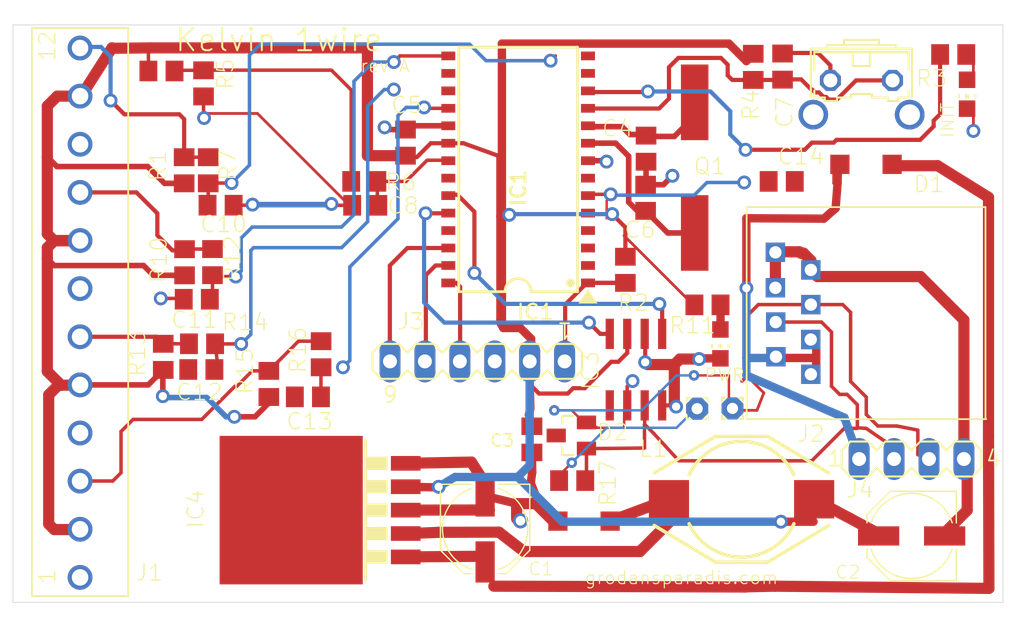
<source format=kicad_pcb>
(kicad_pcb (version 20241229) (generator "pcbnew") (generator_version "9.0")
  (layers (0 "F.Cu" signal) (4 "In1.Cu" signal) (6 "In2.Cu" signal) (8 "In3.Cu" signal) (10 "In4.Cu" signal) (2 "B.Cu" signal) (13 "F.Paste" user) (15 "B.Paste" user) (5 "F.SilkS" user "F.Silkscreen") (7 "B.SilkS" user "B.Silkscreen") (1 "F.Mask" user) (3 "B.Mask" user) (25 "Edge.Cuts" user))
  (net 0 "")
  (net 1 "+12V")
  (net 2 "VREF")
  (net 3 "GND")
  (net 4 "VCC")
  (net 5 "TXCAN")
  (net 6 "N$4")
  (net 7 "N$6")
  (net 8 "RXCAN")
  (net 9 "N$5")
  (net 10 "N$12")
  (net 11 "N$13")
  (net 12 "N$14")
  (net 13 "N$15")
  (net 14 "CANL")
  (net 15 "AN10")
  (net 16 "N$3")
  (net 17 "N$1")
  (net 18 "N$2")
  (net 19 "N$7")
  (net 20 "N$20")
  (net 21 "TEMP4")
  (net 22 "TEMP3")
  (net 23 "TEMP2")
  (net 24 "TEMP1")
  (net 25 "N$8")
  (net 26 "N$22")
  (net 27 "N$11")
  (net 28 "N$9")
  (net 29 "T4")
  (net 30 "T1")
  (net 31 "T2")
  (net 32 "T3")
  (footprint "kelvin_1wire_B:R0805" (layer "F.Cu") (at 163.0111 104.3636 180)
    (property "Reference" "R11")
    (property "Value" "1K" (hide yes))
  )
  (footprint "kelvin_1wire_B:SO-08" (layer "F.Cu") (at 157.8111 109.0736 180)
    (property "Reference" "IC3")
    (property "Value" "MCP2551SN" (hide yes))
  )
  (footprint "kelvin_1wire_B:PINHEAD-12" (layer "F.Cu") (at 117.3811 106.6836 90)
    (property "Reference" "J1")
    (property "Value" "OSTTE-12" (hide yes))
  )
  (footprint "kelvin_1wire_B:R0805" (layer "F.Cu") (at 138.0511 95.3836 180)
    (property "Reference" "R6")
    (property "Value" "330" (hide yes))
  )
  (footprint "kelvin_1wire_B:C0805" (layer "F.Cu") (at 158.5437 93.0044 90)
    (property "Reference" "C4")
    (property "Value" "15pF" (hide yes))
  )
  (footprint "kelvin_1wire_B:C0805" (layer "F.Cu") (at 125.8711 103.9536 180)
    (property "Reference" "C11")
    (property "Value" "10uF" (hide yes))
  )
  (footprint "kelvin_1wire_B:TO263-5" (layer "F.Cu") (at 135.2751 119.2912 90)
    (property "Reference" "IC4")
    (property "Value" "LM2575S" (hide yes))
  )
  (footprint "kelvin_1wire_B:R0805" (layer "F.Cu") (at 157.0411 101.8136 90)
    (property "Reference" "R2")
    (property "Value" "10K" (hide yes))
  )
  (footprint "kelvin_1wire_B:PANASONIC_D" (layer "F.Cu") (at 177.8587 121.1678 180)
    (property "Reference" "C2")
    (property "Value" "330uF" (hide yes))
  )
  (footprint "kelvin_1wire_B:R0805" (layer "F.Cu") (at 123.4311 108.1436 90)
    (property "Reference" "R13")
    (property "Value" "4k7" (hide yes))
  )
  (footprint "kelvin_1wire_B:B3F-31XX" (layer "F.Cu") (at 174.2111 89.2836 180)
    (property "Reference" "S1" (hide yes))
    (property "Value" "")
  )
  (footprint "kelvin_1wire_B:9C" (layer "F.Cu") (at 162.0811 94.3736 -90)
    (property "Reference" "Q1")
    (property "Value" "10 MHz" (hide yes))
  )
  (footprint "kelvin_1wire_B:R0805" (layer "F.Cu") (at 134.9111 107.9536 90)
    (property "Reference" "R16")
    (property "Value" "100" (hide yes))
  )
  (footprint "kelvin_1wire_B:C0805" (layer "F.Cu") (at 168.4111 95.3836 180)
    (property "Reference" "C14")
    (property "Value" "10 uF" (hide yes))
  )
  (footprint "kelvin_1wire_B:C0805" (layer "F.Cu") (at 158.5127 96.575 -90)
    (property "Reference" "C6")
    (property "Value" "15pF" (hide yes))
  )
  (footprint "kelvin_1wire_B:C0805" (layer "F.Cu") (at 138.1211 97.1236 180)
    (property "Reference" "C8")
    (property "Value" "10uF" (hide yes))
  )
  (footprint "kelvin_1wire_B:PANASONIC_D" (layer "F.Cu") (at 146.8389 120.6594 -90)
    (property "Reference" "C1")
    (property "Value" "100uF" (hide yes))
  )
  (footprint "kelvin_1wire_B:0805" (layer "F.Cu") (at 150.2411 114.1436 90)
    (property "Reference" "C3")
    (property "Value" "100nF" (hide yes))
  )
  (footprint "kelvin_1wire_B:SOD123" (layer "F.Cu") (at 174.5411 94.1436 180)
    (property "Reference" "D1")
    (property "Value" "1N5819" (hide yes))
  )
  (footprint "kelvin_1wire_B:CHIP-LED0805" (layer "F.Cu") (at 163.9511 107.2036 180)
    (property "Reference" "LED2" (hide yes))
    (property "Value" "Red LED")
  )
  (footprint "kelvin_1wire_B:R0805" (layer "F.Cu") (at 153.1711 117.1436 180)
    (property "Reference" "R17")
    (property "Value" "120" (hide yes))
  )
  (footprint "kelvin_1wire_B:C0805" (layer "F.Cu") (at 141.0511 92.5636 90)
    (property "Reference" "C5")
    (property "Value" "0.1uF" (hide yes))
  )
  (footprint "kelvin_1wire_B:MA04-1" (layer "F.Cu") (at 177.8511 115.5736)
    (property "Reference" "J4")
    (property "Value" "")
  )
  (footprint "kelvin_1wire_B:SO28" (layer "F.Cu") (at 149.2411 94.5136 90)
    (property "Reference" "IC1")
    (property "Value" "PIC18F2580" (hide yes))
  )
  (footprint "kelvin_1wire_B:R0805" (layer "F.Cu") (at 123.3011 87.3536 180)
    (property "Reference" "THERMISTOR0" (hide yes))
    (property "Value" "10K" (hide yes))
  )
  (footprint "kelvin_1wire_B:R0805" (layer "F.Cu") (at 166.3411 87.0536 90)
    (property "Reference" "R4")
    (property "Value" "10K" (hide yes))
  )
  (footprint "kelvin_1wire_B:SOT23" (layer "F.Cu") (at 153.1111 113.8636 90)
    (property "Reference" "D2")
    (property "Value" "NUP2105L" (hide yes))
  )
  (footprint "kelvin_1wire_B:DO3316P" (layer "F.Cu") (at 165.4887 118.5014)
    (property "Reference" "L1")
    (property "Value" "330 uH" (hide yes))
  )
  (footprint "kelvin_1wire_B:C0805" (layer "F.Cu") (at 127.6011 97.1136)
    (property "Reference" "C10")
    (property "Value" "10uF" (hide yes))
  )
  (footprint "kelvin_1wire_B:C0805" (layer "F.Cu") (at 133.9511 111.0536 180)
    (property "Reference" "C13")
    (property "Value" "10uF" (hide yes))
  )
  (footprint "kelvin_1wire_B:R0805" (layer "F.Cu") (at 180.8811 86.1536 180)
    (property "Reference" "R3")
    (property "Value" "1K" (hide yes))
  )
  (footprint "kelvin_1wire_B:R0805" (layer "F.Cu") (at 126.3611 88.2536 90)
    (property "Reference" "R5")
    (property "Value" "10K" (hide yes))
  )
  (footprint "kelvin_1wire_B:RJ-45" (layer "F.Cu") (at 176.8811 104.9636 90)
    (property "Reference" "J2")
    (property "Value" "A00-108-220-450" (hide yes))
  )
  (footprint "kelvin_1wire_B:1,6_0,8" (layer "F.Cu") (at 162.2611 111.9136)
    (property "Reference" "PAD1" (hide yes))
    (property "Value" "")
  )
  (footprint "kelvin_1wire_B:1,6_0,8" (layer "F.Cu") (at 164.8311 111.8936)
    (property "Reference" "PAD2" (hide yes))
    (property "Value" "")
  )
  (footprint "kelvin_1wire_B:R0805" (layer "F.Cu") (at 127.0111 101.2536 90)
    (property "Reference" "R12")
    (property "Value" "100" (hide yes))
  )
  (footprint "kelvin_1wire_B:R0805" (layer "F.Cu") (at 126.7011 94.5736 90)
    (property "Reference" "R7")
    (property "Value" "100" (hide yes))
  )
  (footprint "kelvin_1wire_B:R0805" (layer "F.Cu") (at 124.9811 101.2636 90)
    (property "Reference" "R10")
    (property "Value" "4k7" (hide yes))
  )
  (footprint "kelvin_1wire_B:MA06-1" (layer "F.Cu") (at 146.2711 108.4736 180)
    (property "Reference" "J3")
    (property "Value" "")
  )
  (footprint "kelvin_1wire_B:R0805" (layer "F.Cu") (at 124.9511 94.5736 90)
    (property "Reference" "R1")
    (property "Value" "4k7" (hide yes))
  )
  (footprint "kelvin_1wire_B:C0805" (layer "F.Cu") (at 168.4711 87.0336 -90)
    (property "Reference" "C7")
    (property "Value" "0.1uF" (hide yes))
  )
  (footprint "kelvin_1wire_B:R0805" (layer "F.Cu") (at 126.2511 107.1936 180)
    (property "Reference" "R14")
    (property "Value" "100" (hide yes))
  )
  (footprint "kelvin_1wire_B:C0805" (layer "F.Cu") (at 126.2011 109.0636 180)
    (property "Reference" "C12")
    (property "Value" "10uF" (hide yes))
  )
  (footprint "kelvin_1wire_B:SOD123" (layer "F.Cu") (at 154.0333 120.0914 180)
    (property "Reference" "D3" (hide yes))
    (property "Value" "1N5819" (hide yes))
  )
  (footprint "kelvin_1wire_B:R0805" (layer "F.Cu") (at 131.1111 110.1136 90)
    (property "Reference" "R15")
    (property "Value" "4k7" (hide yes))
  )
  (footprint "kelvin_1wire_B:CHIP-LED0805" (layer "F.Cu") (at 181.8911 89.0436 180)
    (property "Reference" "LED1" (hide yes))
    (property "Value" "")
  )
  (gr_line (start 184.5011 126.0036) (end 112.5011 126.0036) (stroke (width 0.05)) (layer "Edge.Cuts"))
  (gr_line (start 112.5011 126.0036) (end 112.5011 84.0036) (stroke (width 0.05)) (layer "Edge.Cuts"))
  (gr_line (start 112.5011 84.0036) (end 184.5011 84.0036) (stroke (width 0.05)) (layer "Edge.Cuts"))
  (gr_line (start 184.5011 84.0036) (end 184.5011 126.0036) (stroke (width 0.05)) (layer "Edge.Cuts"))
  (gr_text "INIT" (at 181.0211 92.2836 90) (layer "F.SilkS") (effects (font (size 0.93472 0.93472) (thickness 0.08128)) (justify left bottom)))
  (gr_text "PWR" (at 162.7311 110.0136 0) (layer "F.SilkS") (effects (font (size 0.93472 0.93472) (thickness 0.08128)) (justify left bottom)))
  (gr_text "Kelvin 1wire" (at 124.1975 86.0482 0) (layer "F.SilkS") (effects (font (size 1.63576 1.63576) (thickness 0.14224)) (justify left bottom)))
  (gr_text "rev A" (at 137.7051 87.5306 0) (layer "F.SilkS") (effects (font (size 0.93472 0.93472) (thickness 0.08128)) (justify left bottom)))
  (gr_text "grodansparadis.com" (at 154.0351 124.7516 0) (layer "F.SilkS") (effects (font (size 0.93472 0.93472) (thickness 0.08128)) (justify left bottom)))
  (segment (start 170.9211 106.9536) (end 170.5211 106.8836) (width 0.6096) (layer "F.Cu") (net 1))
  (segment (start 172.1911 95.5236) (end 172.1911 94.2536) (width 0.2032) (layer "F.Cu") (net 1))
  (segment (start 171.4711 98.0936) (end 172.3311 97.3436) (width 0.6096) (layer "F.Cu") (net 1))
  (segment (start 172.4726 95.5303) (end 172.5111 94.0336) (width 0.6096) (layer "F.Cu") (net 1))
  (segment (start 168.3811 108.2236) (end 170.9211 108.2236) (width 0.6096) (layer "F.Cu") (net 1))
  (segment (start 170.9211 108.2236) (end 170.9211 106.9536) (width 0.6096) (layer "F.Cu") (net 1))
  (segment (start 170.9211 109.4936) (end 170.5311 109.4136) (width 0.6096) (layer "F.Cu") (net 1))
  (segment (start 172.3311 97.3436) (end 172.4726 95.5303) (width 0.6096) (layer "F.Cu") (net 1))
  (segment (start 165.8411 103.1436) (end 165.8411 98.0636) (width 0.6096) (layer "F.Cu") (net 1))
  (segment (start 172.1911 94.2536) (end 172.6411 94.1436) (width 0.2032) (layer "F.Cu") (net 1))
  (segment (start 172.6411 94.1436) (end 172.3211 94.1636) (width 0.4064) (layer "F.Cu") (net 1))
  (segment (start 167.9911 108.1336) (end 168.3811 108.2236) (width 0.2032) (layer "F.Cu") (net 1))
  (segment (start 170.9211 108.2236) (end 170.9211 109.4936) (width 0.6096) (layer "F.Cu") (net 1))
  (segment (start 172.4726 95.5303) (end 172.1911 95.5236) (width 0.2032) (layer "F.Cu") (net 1))
  (segment (start 165.8411 98.0636) (end 171.4711 98.0936) (width 0.6096) (layer "F.Cu") (net 1))
  (via (at 165.8411 103.1436) (size 1.0064) (drill 0.6) (layers "F.Cu" "B.Cu") (net 1))
  (segment (start 172.9711 112.5636) (end 174.0411 115.5736) (width 0.6096) (layer "B.Cu") (net 1))
  (segment (start 165.8411 109.4936) (end 172.9711 112.5636) (width 0.6096) (layer "B.Cu") (net 1))
  (segment (start 165.8411 108.2236) (end 165.8411 103.1436) (width 0.6096) (layer "B.Cu") (net 1))
  (segment (start 168.3811 108.2236) (end 167.9911 108.1336) (width 0.6096) (layer "B.Cu") (net 1))
  (segment (start 165.8411 109.4936) (end 165.8411 108.2236) (width 0.6096) (layer "B.Cu") (net 1))
  (segment (start 165.8411 108.2236) (end 168.3811 108.2236) (width 0.6096) (layer "B.Cu") (net 1))
  (segment (start 126.4011 90.7736) (end 126.3611 90.5036) (width 0.254) (layer "F.Cu") (net 3))
  (segment (start 126.4711 90.4436) (end 130.2811 90.4436) (width 0.2032) (layer "F.Cu") (net 3))
  (segment (start 168.4711 86.0836) (end 168.5111 86.0436) (width 0.3048) (layer "F.Cu") (net 3))
  (segment (start 150.5261 118.2586) (end 150.1611 117.3236) (width 0.6096) (layer "F.Cu") (net 3))
  (segment (start 124.9211 103.9536) (end 124.9811 103.8936) (width 0.254) (layer "F.Cu") (net 3))
  (segment (start 151.8333 120.1266) (end 151.9251 120.2184) (width 0.6096) (layer "F.Cu") (net 3))
  (segment (start 158.4811 106.5086) (end 158.4461 106.4736) (width 0.3048) (layer "F.Cu") (net 3))
  (segment (start 129.8811 97.1136) (end 129.9211 97.0736) (width 0.254) (layer "F.Cu") (net 3))
  (segment (start 139.5311 91.4536) (end 139.6911 91.6136) (width 0.4064) (layer "F.Cu") (net 3))
  (segment (start 146.9721 117.5514) (end 145.8407 115.7976) (width 0.8128) (layer "F.Cu") (net 3))
  (segment (start 151.9759 120.0914) (end 152.0775 120.193) (width 0.6096) (layer "F.Cu") (net 3))
  (segment (start 181.6611 115.5736) (end 181.6611 105.4636) (width 0.8128) (layer "F.Cu") (net 3))
  (segment (start 149.1311 119.9136) (end 149.4105 120.066) (width 0.6096) (layer "F.Cu") (net 3))
  (segment (start 171.0511 86.0436) (end 171.9505 86.943) (width 0.3048) (layer "F.Cu") (net 3))
  (segment (start 150.5261 118.8194) (end 151.8333 120.1266) (width 0.8128) (layer "F.Cu") (net 3))
  (segment (start 151.9759 120.0914) (end 151.4311 119.5466) (width 0.6096) (layer "F.Cu") (net 3))
  (segment (start 126.3611 90.5036) (end 126.3611 89.2036) (width 0.254) (layer "F.Cu") (net 3))
  (segment (start 146.8389 118.2594) (end 149.1311 118.8194) (width 0.6096) (layer "F.Cu") (net 3))
  (segment (start 124.8611 103.8936) (end 123.2511 103.8936) (width 0.254) (layer "F.Cu") (net 3))
  (segment (start 159.7161 111.6736) (end 160.6411 111.6736) (width 0.3048) (layer "F.Cu") (net 3))
  (segment (start 171.9505 86.943) (end 171.9505 88.039) (width 0.3048) (layer "F.Cu") (net 3))
  (segment (start 181.9011 115.8136) (end 181.6611 115.5736) (width 0.8128) (layer "F.Cu") (net 3))
  (segment (start 170.5311 101.1336) (end 170.0011 100.6036) (width 0.8128) (layer "F.Cu") (net 3))
  (segment (start 158.6511 108.7036) (end 158.4811 108.5336) (width 0.8128) (layer "F.Cu") (net 3))
  (segment (start 159.8097 95.625) (end 160.4611 94.9736) (width 0.4064) (layer "F.Cu") (net 3))
  (segment (start 149.1311 118.8194) (end 150.5261 118.8194) (width 0.8128) (layer "F.Cu") (net 3))
  (segment (start 155.6061 93.8786) (end 155.6711 93.9436) (width 0.4064) (layer "F.Cu") (net 3))
  (segment (start 147.1245 118.796) (end 147.1479 118.8194) (width 0.6096) (layer "F.Cu") (net 3))
  (segment (start 181.6611 105.4636) (end 178.5011 102.3036) (width 0.8128) (layer "F.Cu") (net 3))
  (segment (start 132.9911 111.0636) (end 133.0011 111.0536) (width 0.254) (layer "F.Cu") (net 3))
  (segment (start 150.5261 118.8194) (end 150.5261 118.2586) (width 0.6096) (layer "F.Cu") (net 3))
  (segment (start 147.1479 118.8194) (end 147.2007 118.8722) (width 0.6096) (layer "F.Cu") (net 3))
  (segment (start 139.6911 91.6136) (end 141.0511 91.6136) (width 0.4064) (layer "F.Cu") (net 3))
  (segment (start 135.7611 97.1236) (end 135.6611 97.0236) (width 0.254) (layer "F.Cu") (net 3))
  (segment (start 182.3511 90.4436) (end 181.8911 90.0936) (width 0.2032) (layer "F.Cu") (net 3))
  (segment (start 147.1479 118.8194) (end 146.8389 118.2594) (width 0.6096) (layer "F.Cu") (net 3))
  (segment (start 158.5437 95.594) (end 158.5437 93.9544) (width 0.4064) (layer "F.Cu") (net 3))
  (segment (start 146.9389 118.8546) (end 146.8451 118.9484) (width 0.6096) (layer "F.Cu") (net 3))
  (segment (start 147.1483 119.2796) (end 146.8329 119.3566) (width 0.6096) (layer "F.Cu") (net 3))
  (segment (start 137.1711 97.1236) (end 135.7611 97.1236) (width 0.254) (layer "F.Cu") (net 3))
  (segment (start 180.2587 120.946) (end 181.9011 119.3036) (width 0.8128) (layer "F.Cu") (net 3))
  (segment (start 167.9911 100.5036) (end 167.9511 100.5436) (width 0.8128) (layer "F.Cu") (net 3))
  (segment (start 146.8389 118.2594) (end 146.9389 118.8546) (width 0.6096) (layer "F.Cu") (net 3))
  (segment (start 150.1611 117.3236) (end 150.2636 116.5236) (width 0.6096) (layer "F.Cu") (net 3))
  (segment (start 158.5437 93.9544) (end 158.4679 93.8786) (width 0.4064) (layer "F.Cu") (net 3))
  (segment (start 124.9211 103.9536) (end 124.8611 103.8936) (width 0.254) (layer "F.Cu") (net 3))
  (segment (start 158.5127 95.625) (end 159.8097 95.625) (width 0.4064) (layer "F.Cu") (net 3))
  (segment (start 160.6011 111.6336) (end 160.7311 111.7636) (width 0.8128) (layer "F.Cu") (net 3))
  (segment (start 181.9011 119.3036) (end 181.9011 115.8136) (width 0.8128) (layer "F.Cu") (net 3))
  (segment (start 178.5011 102.3036) (end 171.0111 102.3036) (width 0.8128) (layer "F.Cu") (net 3))
  (segment (start 130.2811 90.4436) (end 136.6311 96.7936) (width 0.2032) (layer "F.Cu") (net 3))
  (segment (start 171.0111 102.3036) (end 170.5311 101.8236) (width 0.8128) (layer "F.Cu") (net 3))
  (segment (start 152.1333 120.0914) (end 151.9759 120.0914) (width 0.6096) (layer "F.Cu") (net 3))
  (segment (start 126.4011 90.7736) (end 126.4711 90.4436) (width 0.2032) (layer "F.Cu") (net 3))
  (segment (start 128.5511 97.1136) (end 129.8811 97.1136) (width 0.254) (layer "F.Cu") (net 3))
  (segment (start 168.5111 86.0436) (end 171.0511 86.0436) (width 0.3048) (layer "F.Cu") (net 3))
  (segment (start 158.5127 95.625) (end 158.5437 95.594) (width 0.4064) (layer "F.Cu") (net 3))
  (segment (start 136.6311 96.7936) (end 137.1711 97.1236) (width 0.2032) (layer "F.Cu") (net 3))
  (segment (start 149.1311 118.8194) (end 149.1311 118.6436) (width 0.254) (layer "F.Cu") (net 3))
  (segment (start 149.1311 118.8194) (end 149.1311 119.9136) (width 0.8128) (layer "F.Cu") (net 3))
  (segment (start 145.8407 115.7976) (end 141.0663 115.8876) (width 0.8128) (layer "F.Cu") (net 3))
  (segment (start 180.2587 121.1678) (end 180.2587 120.946) (width 0.8128) (layer "F.Cu") (net 3))
  (segment (start 146.8329 119.3566) (end 147.1245 118.796) (width 0.6096) (layer "F.Cu") (net 3))
  (segment (start 141.0663 119.2912) (end 147.1483 119.2796) (width 0.8128) (layer "F.Cu") (net 3))
  (segment (start 182.3511 91.7136) (end 182.3511 90.4436) (width 0.2032) (layer "F.Cu") (net 3))
  (segment (start 150.2636 116.5236) (end 150.2411 115.0961) (width 0.6096) (layer "F.Cu") (net 3))
  (segment (start 169.7011 100.5036) (end 167.9911 100.5036) (width 0.8128) (layer "F.Cu") (net 3))
  (segment (start 161.0011 108.3036) (end 160.6011 108.7036) (width 0.8128) (layer "F.Cu") (net 3))
  (segment (start 141.3261 91.3386) (end 144.1611 91.3386) (width 0.4064) (layer "F.Cu") (net 3))
  (segment (start 158.4811 108.5336) (end 158.4811 106.5086) (width 0.3048) (layer "F.Cu") (net 3))
  (segment (start 160.6411 111.6736) (end 160.7311 111.7636) (width 0.3048) (layer "F.Cu") (net 3))
  (segment (start 151.8333 120.1266) (end 152.1333 120.0914) (width 0.6096) (layer "F.Cu") (net 3))
  (segment (start 160.6011 108.7036) (end 160.6011 111.6336) (width 0.8128) (layer "F.Cu") (net 3))
  (segment (start 167.9511 100.5436) (end 167.9511 103.1236) (width 0.8128) (layer "F.Cu") (net 3))
  (segment (start 169.8011 100.6036) (end 169.7011 100.5036) (width 0.8128) (layer "F.Cu") (net 3))
  (segment (start 162.4011 108.3036) (end 161.0011 108.3036) (width 0.8128) (layer "F.Cu") (net 3))
  (segment (start 162.4511 108.2536) (end 163.9511 108.2536) (width 0.6096) (layer "F.Cu") (net 3))
  (segment (start 146.9389 118.8546) (end 146.9721 118.8214) (width 0.6096) (layer "F.Cu") (net 3))
  (segment (start 170.5311 101.8236) (end 170.5311 101.1336) (width 0.8128) (layer "F.Cu") (net 3))
  (segment (start 170.0011 100.6036) (end 169.8011 100.6036) (width 0.8128) (layer "F.Cu") (net 3))
  (segment (start 146.9721 118.8214) (end 146.9721 117.5514) (width 0.6096) (layer "F.Cu") (net 3))
  (segment (start 154.3211 93.8786) (end 155.6061 93.8786) (width 0.4064) (layer "F.Cu") (net 3))
  (segment (start 160.6011 108.7036) (end 158.6511 108.7036) (width 0.8128) (layer "F.Cu") (net 3))
  (segment (start 141.0511 91.6136) (end 141.3261 91.3386) (width 0.4064) (layer "F.Cu") (net 3))
  (via (at 135.6611 97.0236) (size 1.0064) (drill 0.6) (layers "F.Cu" "B.Cu") (net 3))
  (via (at 155.6711 93.9436) (size 1.0064) (drill 0.6) (layers "F.Cu" "B.Cu") (net 3))
  (via (at 160.4611 94.9736) (size 1.0064) (drill 0.6) (layers "F.Cu" "B.Cu") (net 3))
  (via (at 162.4011 108.3036) (size 1.0064) (drill 0.6) (layers "F.Cu" "B.Cu") (net 3))
  (via (at 139.5311 91.4536) (size 1.0064) (drill 0.6) (layers "F.Cu" "B.Cu") (net 3))
  (via (at 158.4811 108.5336) (size 1.0064) (drill 0.6) (layers "F.Cu" "B.Cu") (net 3))
  (via (at 123.2511 103.8936) (size 1.0064) (drill 0.6) (layers "F.Cu" "B.Cu") (net 3))
  (via (at 160.7311 111.7636) (size 1.0064) (drill 0.6) (layers "F.Cu" "B.Cu") (net 3))
  (via (at 126.4011 90.7736) (size 1.0064) (drill 0.6) (layers "F.Cu" "B.Cu") (net 3))
  (via (at 149.4105 120.066) (size 1.1064) (drill 0.7) (layers "F.Cu" "B.Cu") (net 3))
  (via (at 129.9211 97.0736) (size 1.0064) (drill 0.6) (layers "F.Cu" "B.Cu") (net 3))
  (via (at 182.3511 91.7136) (size 1.0064) (drill 0.6) (layers "F.Cu" "B.Cu") (net 3))
  (segment (start 129.9211 97.0736) (end 135.6611 97.0736) (width 0.4064) (layer "B.Cu") (net 3))
  (segment (start 135.6611 97.0736) (end 135.6611 97.0236) (width 0.4064) (layer "B.Cu") (net 3))
  (segment (start 157.0411 98.7236) (end 157.0411 99.3336) (width 0.3048) (layer "F.Cu") (net 4))
  (segment (start 165.8411 86.6336) (end 166.3411 86.1036) (width 0.6096) (layer "F.Cu") (net 4))
  (segment (start 157.0411 99.3336) (end 157.0411 100.8636) (width 0.3048) (layer "F.Cu") (net 4))
  (segment (start 117.3611 99.7036) (end 117.3811 99.6836) (width 0.8128) (layer "F.Cu") (net 4))
  (segment (start 170.7687 118.5014) (end 175.5487 121.0514) (width 0.8128) (layer "F.Cu") (net 4))
  (segment (start 117.3611 120.7036) (end 117.3811 120.6836) (width 0.8128) (layer "F.Cu") (net 4))
  (segment (start 153.2411 110.4236) (end 154.0911 110.4236) (width 0.3048) (layer "F.Cu") (net 4))
  (segment (start 117.3811 110.1836) (end 122.3411 110.1836) (width 0.4064) (layer "F.Cu") (net 4))
  (segment (start 115.5211 99.6836) (end 115.0011 100.2036) (width 0.8128) (layer "F.Cu") (net 4))
  (segment (start 147.9111 97.8136) (end 148.5911 97.8136) (width 0.3048) (layer "F.Cu") (net 4))
  (segment (start 122.5111 85.6736) (end 122.3511 85.8336) (width 0.254) (layer "F.Cu") (net 4))
  (segment (start 156.0111 108.5036) (end 156.5311 108.5036) (width 0.3048) (layer "F.Cu") (net 4))
  (segment (start 123.5211 95.5236) (end 122.3011 94.3036) (width 0.4064) (layer "F.Cu") (net 4))
  (segment (start 168.3511 120.1336) (end 170.7265 120.1336) (width 0.6096) (layer "F.Cu") (net 4))
  (segment (start 141.0511 93.5136) (end 141.1511 93.6136) (width 0.3048) (layer "F.Cu") (net 4))
  (segment (start 156.0811 97.7636) (end 157.0411 98.7236) (width 0.3048) (layer "F.Cu") (net 4))
  (segment (start 148.0611 85.3636) (end 164.5711 85.3636) (width 0.6096) (layer "F.Cu") (net 4))
  (segment (start 154.0911 110.4236) (end 156.0111 108.5036) (width 0.3048) (layer "F.Cu") (net 4))
  (segment (start 115.0011 100.2036) (end 115.0011 101.0036) (width 0.8128) (layer "F.Cu") (net 4))
  (segment (start 155.6811 98.0636) (end 156.0811 97.7636) (width 0.1778) (layer "F.Cu") (net 4))
  (segment (start 130.1011 112.5036) (end 128.6011 112.5036) (width 0.4064) (layer "F.Cu") (net 4))
  (segment (start 115.5011 99.7036) (end 117.3611 99.7036) (width 0.8128) (layer "F.Cu") (net 4))
  (segment (start 131.1111 111.0636) (end 131.1111 111.4936) (width 0.4064) (layer "F.Cu") (net 4))
  (segment (start 170.7265 120.1336) (end 170.7687 118.5014) (width 0.3048) (layer "F.Cu") (net 4))
  (segment (start 115.1011 120.3036) (end 115.5011 120.7036) (width 0.8128) (layer "F.Cu") (net 4))
  (segment (start 117.5311 89.0736) (end 119.7011 85.6736) (width 0.8128) (layer "F.Cu") (net 4))
  (segment (start 117.3811 89.1836) (end 115.7211 89.1836) (width 0.8128) (layer "F.Cu") (net 4))
  (segment (start 150.0811 110.1336) (end 150.7611 110.8136) (width 0.3048) (layer "F.Cu") (net 4))
  (segment (start 117.3811 99.6836) (end 115.5211 99.6836) (width 0.8128) (layer "F.Cu") (net 4))
  (segment (start 149.4011 106.0436) (end 150.1811 106.8236) (width 0.6096) (layer "F.Cu") (net 4))
  (segment (start 115.0011 93.6036) (end 115.0011 99.2036) (width 0.8128) (layer "F.Cu") (net 4))
  (segment (start 122.5111 85.6736) (end 138.2811 85.6736) (width 0.8128) (layer "F.Cu") (net 4))
  (segment (start 117.5811 89.1736) (end 117.3811 89.1836) (width 0.1778) (layer "F.Cu") (net 4))
  (segment (start 152.8511 110.8136) (end 153.2411 110.4236) (width 0.3048) (layer "F.Cu") (net 4))
  (segment (start 138.2811 85.6736) (end 138.2811 93.5136) (width 0.8128) (layer "F.Cu") (net 4))
  (segment (start 150.0286 112.3511) (end 150.2411 113.1911) (width 0.6096) (layer "F.Cu") (net 4))
  (segment (start 115.0011 101.0036) (end 115.0011 109.2036) (width 0.8128) (layer "F.Cu") (net 4))
  (segment (start 150.0811 108.4736) (end 150.0811 110.1336) (width 0.6096) (layer "F.Cu") (net 4))
  (segment (start 117.3611 110.2036) (end 117.3811 110.1836) (width 0.8128) (layer "F.Cu") (net 4))
  (segment (start 115.5011 120.7036) (end 117.3611 120.7036) (width 0.8128) (layer "F.Cu") (net 4))
  (segment (start 123.4011 109.1236) (end 123.4311 109.0936) (width 0.4064) (layer "F.Cu") (net 4))
  (segment (start 116.0011 110.2036) (end 115.8011 110.2036) (width 0.8128) (layer "F.Cu") (net 4))
  (segment (start 150.7611 110.8136) (end 152.8511 110.8136) (width 0.3048) (layer "F.Cu") (net 4))
  (segment (start 164.5711 85.3636) (end 165.8411 86.6336) (width 0.6096) (layer "F.Cu") (net 4))
  (segment (start 165.6811 95.4636) (end 165.7611 95.3836) (width 0.254) (layer "F.Cu") (net 4))
  (segment (start 175.5487 121.0514) (end 175.4587 121.1678) (width 0.4064) (layer "F.Cu") (net 4))
  (segment (start 141.8811 93.6136) (end 142.8861 92.6086) (width 0.3048) (layer "F.Cu") (net 4))
  (segment (start 150.0811 110.1336) (end 150.1311 111.8836) (width 0.6096) (layer "F.Cu") (net 4))
  (segment (start 115.1011 110.9036) (end 115.1011 120.3036) (width 0.8128) (layer "F.Cu") (net 4))
  (segment (start 119.7011 85.6736) (end 119.7011 85.7036) (width 0.8128) (layer "F.Cu") (net 4))
  (segment (start 150.1311 111.8836) (end 150.0286 112.3511) (width 0.6096) (layer "F.Cu") (net 4))
  (segment (start 115.0011 99.2036) (end 115.5011 99.7036) (width 0.8128) (layer "F.Cu") (net 4))
  (segment (start 150.1811 106.8236) (end 150.1811 108.3736) (width 0.6096) (layer "F.Cu") (net 4))
  (segment (start 141.1511 93.6136) (end 141.8811 93.6136) (width 0.3048) (layer "F.Cu") (net 4))
  (segment (start 147.9796 105.731) (end 148.1611 106.0436) (width 0.6096) (layer "F.Cu") (net 4))
  (segment (start 124.9511 95.5236) (end 123.5211 95.5236) (width 0.4064) (layer "F.Cu") (net 4))
  (segment (start 156.9511 99.3336) (end 162.0311 104.4136) (width 0.2032) (layer "F.Cu") (net 4))
  (segment (start 157.1761 107.8586) (end 157.1761 106.4736) (width 0.3048) (layer "F.Cu") (net 4))
  (segment (start 115.7011 94.3036) (end 115.0011 93.6036) (width 0.4064) (layer "F.Cu") (net 4))
  (segment (start 157.0411 99.3336) (end 156.9511 99.3336) (width 0.2032) (layer "F.Cu") (net 4))
  (segment (start 138.2811 93.5136) (end 141.0511 93.5136) (width 0.8128) (layer "F.Cu") (net 4))
  (segment (start 155.6811 98.0636) (end 155.6811 96.7936) (width 0.1778) (layer "F.Cu") (net 4))
  (segment (start 122.3511 85.8336) (end 122.3511 87.3536) (width 0.254) (layer "F.Cu") (net 4))
  (segment (start 147.8011 93.5236) (end 147.8011 97.9236) (width 0.3048) (layer "F.Cu") (net 4))
  (segment (start 147.8011 105.4236) (end 147.9796 105.731) (width 0.3048) (layer "F.Cu") (net 4))
  (segment (start 122.0011 101.5036) (end 115.5011 101.5036) (width 0.4064) (layer "F.Cu") (net 4))
  (segment (start 145.2661 92.6086) (end 147.8011 93.5236) (width 0.3048) (layer "F.Cu") (net 4))
  (segment (start 147.8011 97.9236) (end 147.8011 105.4236) (width 0.3048) (layer "F.Cu") (net 4))
  (segment (start 148.0611 105.6836) (end 148.0611 85.3636) (width 0.6096) (layer "F.Cu") (net 4))
  (segment (start 124.9811 102.2136) (end 122.7111 102.2136) (width 0.4064) (layer "F.Cu") (net 4))
  (segment (start 122.3411 110.1836) (end 123.4311 109.0936) (width 0.4064) (layer "F.Cu") (net 4))
  (segment (start 115.0011 89.9036) (end 115.0011 93.6036) (width 0.8128) (layer "F.Cu") (net 4))
  (segment (start 115.8011 110.2036) (end 115.1011 110.9036) (width 0.8128) (layer "F.Cu") (net 4))
  (segment (start 122.3011 94.3036) (end 115.7011 94.3036) (width 0.4064) (layer "F.Cu") (net 4))
  (segment (start 147.9796 105.731) (end 148.0611 105.6836) (width 0.254) (layer "F.Cu") (net 4))
  (segment (start 115.5011 101.5036) (end 115.0011 101.0036) (width 0.4064) (layer "F.Cu") (net 4))
  (segment (start 143.3569 117.6394) (end 141.0663 117.5894) (width 0.6096) (layer "F.Cu") (net 4))
  (segment (start 154.4161 96.3236) (end 155.9711 96.3236) (width 0.254) (layer "F.Cu") (net 4))
  (segment (start 144.1611 92.6086) (end 145.2661 92.6086) (width 0.3048) (layer "F.Cu") (net 4))
  (segment (start 148.1611 106.0436) (end 149.4011 106.0436) (width 0.6096) (layer "F.Cu") (net 4))
  (segment (start 122.7111 102.2136) (end 122.0011 101.5036) (width 0.4064) (layer "F.Cu") (net 4))
  (segment (start 115.7211 89.1836) (end 115.0011 89.9036) (width 0.8128) (layer "F.Cu") (net 4))
  (segment (start 123.4011 111.0036) (end 123.4011 109.1236) (width 0.4064) (layer "F.Cu") (net 4))
  (segment (start 116.0011 110.2036) (end 117.3611 110.2036) (width 0.8128) (layer "F.Cu") (net 4))
  (segment (start 155.6811 96.7936) (end 155.9711 96.3236) (width 0.1778) (layer "F.Cu") (net 4))
  (segment (start 117.5811 89.1736) (end 117.5311 89.0736) (width 0.1778) (layer "F.Cu") (net 4))
  (segment (start 162.0311 104.4136) (end 162.0611 104.3636) (width 0.2032) (layer "F.Cu") (net 4))
  (segment (start 150.1811 108.3736) (end 150.0811 108.4736) (width 0.3048) (layer "F.Cu") (net 4))
  (segment (start 115.0011 109.2036) (end 116.0011 110.2036) (width 0.8128) (layer "F.Cu") (net 4))
  (segment (start 156.5311 108.5036) (end 157.1761 107.8586) (width 0.3048) (layer "F.Cu") (net 4))
  (segment (start 143.4611 117.5936) (end 143.3569 117.6394) (width 0.3048) (layer "F.Cu") (net 4))
  (segment (start 142.8861 92.6086) (end 144.1611 92.6086) (width 0.3048) (layer "F.Cu") (net 4))
  (segment (start 147.8011 97.9236) (end 147.9111 97.8136) (width 0.3048) (layer "F.Cu") (net 4))
  (segment (start 131.1111 111.4936) (end 130.1011 112.5036) (width 0.4064) (layer "F.Cu") (net 4))
  (segment (start 119.7011 85.7036) (end 122.5111 85.6736) (width 0.8128) (layer "F.Cu") (net 4))
  (via (at 143.4611 117.5936) (size 1.0064) (drill 0.6) (layers "F.Cu" "B.Cu") (net 4))
  (via (at 128.6011 112.5036) (size 1.0064) (drill 0.6) (layers "F.Cu" "B.Cu") (net 4))
  (via (at 156.0811 97.7636) (size 1.0064) (drill 0.6) (layers "F.Cu" "B.Cu") (net 4))
  (via (at 155.9711 96.3236) (size 1.0064) (drill 0.6) (layers "F.Cu" "B.Cu") (net 4))
  (via (at 123.4011 111.0036) (size 1.0064) (drill 0.6) (layers "F.Cu" "B.Cu") (net 4))
  (via (at 148.5911 97.8136) (size 1.0064) (drill 0.6) (layers "F.Cu" "B.Cu") (net 4))
  (via (at 168.3511 120.1336) (size 1.0064) (drill 0.6) (layers "F.Cu" "B.Cu") (net 4))
  (via (at 165.6811 95.4636) (size 1.0064) (drill 0.6) (layers "F.Cu" "B.Cu") (net 4))
  (segment (start 128.6011 112.5036) (end 128.0011 112.5036) (width 0.4064) (layer "B.Cu") (net 4))
  (segment (start 150.0811 108.4736) (end 150.0811 116.0136) (width 0.6096) (layer "B.Cu") (net 4))
  (segment (start 149.2111 116.8836) (end 152.4611 120.1336) (width 0.6096) (layer "B.Cu") (net 4))
  (segment (start 149.2111 116.8836) (end 144.6411 116.8836) (width 0.6096) (layer "B.Cu") (net 4))
  (segment (start 152.4611 120.1336) (end 168.3511 120.1336) (width 0.6096) (layer "B.Cu") (net 4))
  (segment (start 144.6411 116.8836) (end 143.4611 117.5936) (width 0.6096) (layer "B.Cu") (net 4))
  (segment (start 156.0311 96.3836) (end 162.0511 96.3836) (width 0.254) (layer "B.Cu") (net 4))
  (segment (start 162.0511 96.3836) (end 162.9711 95.4636) (width 0.254) (layer "B.Cu") (net 4))
  (segment (start 148.5911 97.8136) (end 148.6411 97.7636) (width 0.3048) (layer "B.Cu") (net 4))
  (segment (start 123.5011 111.1036) (end 123.4011 111.0036) (width 0.4064) (layer "B.Cu") (net 4))
  (segment (start 150.0811 116.0136) (end 149.2111 116.8836) (width 0.6096) (layer "B.Cu") (net 4))
  (segment (start 126.6011 111.1036) (end 123.5011 111.1036) (width 0.4064) (layer "B.Cu") (net 4))
  (segment (start 148.6411 97.7636) (end 156.0811 97.7636) (width 0.3048) (layer "B.Cu") (net 4))
  (segment (start 128.0011 112.5036) (end 126.6011 111.1036) (width 0.4064) (layer "B.Cu") (net 4))
  (segment (start 162.9711 95.4636) (end 165.6811 95.4636) (width 0.254) (layer "B.Cu") (net 4))
  (segment (start 155.9711 96.3236) (end 156.0311 96.3836) (width 0.254) (layer "B.Cu") (net 4))
  (segment (start 146.0611 102.0436) (end 146.0611 97.5936) (width 0.3048) (layer "F.Cu") (net 5))
  (segment (start 144.2261 96.3536) (end 144.1611 96.4186) (width 0.3048) (layer "F.Cu") (net 5))
  (segment (start 146.0611 97.5936) (end 144.8211 96.3536) (width 0.3048) (layer "F.Cu") (net 5))
  (segment (start 159.7161 104.4986) (end 159.7161 106.4736) (width 0.3048) (layer "F.Cu") (net 5))
  (segment (start 144.8211 96.3536) (end 144.2261 96.3536) (width 0.3048) (layer "F.Cu") (net 5))
  (segment (start 159.5111 104.2936) (end 159.7161 104.4986) (width 0.3048) (layer "F.Cu") (net 5))
  (via (at 146.0611 102.0436) (size 1.0064) (drill 0.6) (layers "F.Cu" "B.Cu") (net 5))
  (via (at 159.5111 104.2936) (size 1.0064) (drill 0.6) (layers "F.Cu" "B.Cu") (net 5))
  (segment (start 148.3111 104.2936) (end 159.5111 104.2936) (width 0.3048) (layer "B.Cu") (net 5))
  (segment (start 146.0611 102.0436) (end 148.3111 104.2936) (width 0.3048) (layer "B.Cu") (net 5))
  (segment (start 170.0811 93.0836) (end 170.6011 92.5636) (width 0.3048) (layer "F.Cu") (net 6))
  (segment (start 179.4611 90.9636) (end 179.9311 90.4936) (width 0.3048) (layer "F.Cu") (net 6))
  (segment (start 154.3211 88.7986) (end 154.4261 88.7986) (width 0.3048) (layer "F.Cu") (net 6))
  (segment (start 170.6011 92.5636) (end 172.1911 92.5636) (width 0.3048) (layer "F.Cu") (net 6))
  (segment (start 154.5111 88.8836) (end 158.6411 88.8836) (width 0.3048) (layer "F.Cu") (net 6))
  (segment (start 178.4811 92.3636) (end 179.4611 91.3836) (width 0.3048) (layer "F.Cu") (net 6))
  (segment (start 172.3911 92.3636) (end 178.4811 92.3636) (width 0.3048) (layer "F.Cu") (net 6))
  (segment (start 154.4261 88.7986) (end 154.5111 88.8836) (width 0.3048) (layer "F.Cu") (net 6))
  (segment (start 179.9311 90.4936) (end 179.9311 86.1536) (width 0.3048) (layer "F.Cu") (net 6))
  (segment (start 165.7811 93.0836) (end 170.0811 93.0836) (width 0.3048) (layer "F.Cu") (net 6))
  (segment (start 158.6411 88.8836) (end 158.6811 88.8436) (width 0.3048) (layer "F.Cu") (net 6))
  (segment (start 172.1911 92.5636) (end 172.3911 92.3636) (width 0.3048) (layer "F.Cu") (net 6))
  (segment (start 179.4611 91.3836) (end 179.4611 90.9636) (width 0.3048) (layer "F.Cu") (net 6))
  (via (at 165.7811 93.0836) (size 1.0064) (drill 0.6) (layers "F.Cu" "B.Cu") (net 6))
  (via (at 158.6811 88.8436) (size 1.0064) (drill 0.6) (layers "F.Cu" "B.Cu") (net 6))
  (segment (start 164.6711 90.2836) (end 164.6711 91.9736) (width 0.3048) (layer "B.Cu") (net 6))
  (segment (start 163.2311 88.8436) (end 164.6711 90.2836) (width 0.3048) (layer "B.Cu") (net 6))
  (segment (start 164.6711 91.9736) (end 165.7811 93.0836) (width 0.3048) (layer "B.Cu") (net 6))
  (segment (start 158.6811 88.8436) (end 163.2311 88.8436) (width 0.3048) (layer "B.Cu") (net 6))
  (segment (start 168.4711 87.9836) (end 168.4911 87.9636) (width 0.3048) (layer "F.Cu") (net 7))
  (segment (start 159.4911 90.0836) (end 160.2111 89.3636) (width 0.3048) (layer "F.Cu") (net 7))
  (segment (start 168.4911 87.9636) (end 169.8211 87.9636) (width 0.3048) (layer "F.Cu") (net 7))
  (segment (start 171.1211 88.9136) (end 171.4511 89.2436) (width 0.3048) (layer "F.Cu") (net 7))
  (segment (start 170.5711 88.7136) (end 170.6311 88.7136) (width 0.3048) (layer "F.Cu") (net 7))
  (segment (start 169.8211 87.9636) (end 170.5711 88.7136) (width 0.3048) (layer "F.Cu") (net 7))
  (segment (start 163.9911 86.4036) (end 164.4811 86.8936) (width 0.3048) (layer "F.Cu") (net 7))
  (segment (start 172.4211 89.4336) (end 173.8157 88.039) (width 0.3048) (layer "F.Cu") (net 7))
  (segment (start 160.2111 87.0836) (end 160.8911 86.4036) (width 0.3048) (layer "F.Cu") (net 7))
  (segment (start 154.3361 90.0836) (end 159.4911 90.0836) (width 0.3048) (layer "F.Cu") (net 7))
  (segment (start 164.4811 86.8936) (end 164.4811 87.6736) (width 0.3048) (layer "F.Cu") (net 7))
  (segment (start 168.4511 88.0036) (end 168.4711 87.9836) (width 0.3048) (layer "F.Cu") (net 7))
  (segment (start 154.3211 90.0686) (end 154.3361 90.0836) (width 0.3048) (layer "F.Cu") (net 7))
  (segment (start 164.8111 88.0036) (end 166.3411 88.0036) (width 0.3048) (layer "F.Cu") (net 7))
  (segment (start 164.4811 87.6736) (end 164.8111 88.0036) (width 0.3048) (layer "F.Cu") (net 7))
  (segment (start 171.4511 89.2436) (end 171.6411 89.2436) (width 0.3048) (layer "F.Cu") (net 7))
  (segment (start 160.2111 89.3636) (end 160.2111 87.0836) (width 0.3048) (layer "F.Cu") (net 7))
  (segment (start 160.8911 86.4036) (end 163.9911 86.4036) (width 0.3048) (layer "F.Cu") (net 7))
  (segment (start 166.3411 88.0036) (end 168.4511 88.0036) (width 0.3048) (layer "F.Cu") (net 7))
  (segment (start 173.8157 88.039) (end 176.4717 88.039) (width 0.3048) (layer "F.Cu") (net 7))
  (segment (start 170.8311 88.9136) (end 171.1211 88.9136) (width 0.3048) (layer "F.Cu") (net 7))
  (segment (start 170.6311 88.7136) (end 170.8311 88.9136) (width 0.3048) (layer "F.Cu") (net 7))
  (segment (start 171.8311 89.4336) (end 172.4211 89.4336) (width 0.3048) (layer "F.Cu") (net 7))
  (segment (start 171.6411 89.2436) (end 171.8311 89.4336) (width 0.3048) (layer "F.Cu") (net 7))
  (segment (start 155.2111 106.4736) (end 155.9061 106.4736) (width 0.3048) (layer "F.Cu") (net 8))
  (segment (start 144.1461 97.7036) (end 144.1611 97.6886) (width 0.3048) (layer "F.Cu") (net 8))
  (segment (start 142.5111 97.7036) (end 144.1461 97.7036) (width 0.3048) (layer "F.Cu") (net 8))
  (segment (start 154.3911 105.6536) (end 155.2111 106.4736) (width 0.3048) (layer "F.Cu") (net 8))
  (via (at 154.3911 105.6536) (size 1.0064) (drill 0.6) (layers "F.Cu" "B.Cu") (net 8))
  (via (at 142.5111 97.7036) (size 1.0064) (drill 0.6) (layers "F.Cu" "B.Cu") (net 8))
  (segment (start 142.4011 104.1836) (end 142.4011 97.8136) (width 0.3048) (layer "B.Cu") (net 8))
  (segment (start 142.4011 104.1836) (end 143.8711 105.6536) (width 0.3048) (layer "B.Cu") (net 8))
  (segment (start 143.8711 105.6536) (end 154.3911 105.6536) (width 0.3048) (layer "B.Cu") (net 8))
  (segment (start 142.4011 97.8136) (end 142.5111 97.7036) (width 0.3048) (layer "B.Cu") (net 8))
  (segment (start 182.3511 87.9036) (end 182.3511 86.6336) (width 0.2032) (layer "F.Cu") (net 9))
  (segment (start 181.8911 87.9936) (end 182.3511 87.9036) (width 0.2032) (layer "F.Cu") (net 9))
  (segment (start 182.3511 86.6336) (end 181.8311 86.1536) (width 0.254) (layer "F.Cu") (net 9))
  (segment (start 154.2411 102.7636) (end 157.0411 102.7636) (width 0.3048) (layer "F.Cu") (net 10))
  (segment (start 152.6611 108.4336) (end 152.6611 104.3436) (width 0.3048) (layer "F.Cu") (net 10))
  (segment (start 157.0411 102.7636) (end 157.0361 102.7686) (width 0.3048) (layer "F.Cu") (net 10))
  (segment (start 157.0361 102.7686) (end 154.3211 102.7686) (width 0.3048) (layer "F.Cu") (net 10))
  (segment (start 152.6211 108.4736) (end 152.6611 108.4336) (width 0.3048) (layer "F.Cu") (net 10))
  (segment (start 152.6611 104.3436) (end 154.2411 102.7636) (width 0.3048) (layer "F.Cu") (net 10))
  (segment (start 145.0211 108.4536) (end 145.0211 103.0436) (width 0.3048) (layer "F.Cu") (net 11))
  (segment (start 144.7461 102.7686) (end 144.1611 102.7686) (width 0.3048) (layer "F.Cu") (net 11))
  (segment (start 145.0011 108.4736) (end 145.0211 108.4536) (width 0.3048) (layer "F.Cu") (net 11))
  (segment (start 145.0211 103.0436) (end 144.7461 102.7686) (width 0.3048) (layer "F.Cu") (net 11))
  (segment (start 142.5311 102.2036) (end 143.2361 101.4986) (width 0.3048) (layer "F.Cu") (net 12))
  (segment (start 143.2361 101.4986) (end 144.1611 101.4986) (width 0.3048) (layer "F.Cu") (net 12))
  (segment (start 142.5311 108.4036) (end 142.5311 102.2036) (width 0.3048) (layer "F.Cu") (net 12))
  (segment (start 142.4611 108.4736) (end 142.5311 108.4036) (width 0.3048) (layer "F.Cu") (net 12))
  (segment (start 141.1861 100.2286) (end 144.1611 100.2286) (width 0.3048) (layer "F.Cu") (net 13))
  (segment (start 139.9111 101.5036) (end 141.1861 100.2286) (width 0.3048) (layer "F.Cu") (net 13))
  (segment (start 139.9111 108.4636) (end 139.9111 101.5036) (width 0.3048) (layer "F.Cu") (net 13))
  (segment (start 139.9211 108.4736) (end 139.9111 108.4636) (width 0.3048) (layer "F.Cu") (net 13))
  (segment (start 174.5611 111.0736) (end 174.5611 112.3336) (width 0.254) (layer "F.Cu") (net 14))
  (segment (start 156.9511 113.3036) (end 156.9511 112.0336) (width 0.1778) (layer "F.Cu") (net 14))
  (segment (start 165.8861 109.5386) (end 165.8411 109.4936) (width 0.2032) (layer "F.Cu") (net 14))
  (segment (start 165.9811 105.0736) (end 166.7111 104.3436) (width 0.254) (layer "F.Cu") (net 14))
  (segment (start 173.4211 109.9336) (end 174.5611 111.0736) (width 0.254) (layer "F.Cu") (net 14))
  (segment (start 175.4011 113.1736) (end 176.7911 113.1736) (width 0.254) (layer "F.Cu") (net 14))
  (segment (start 178.3111 115.2536) (end 179.1211 115.5736) (width 0.254) (layer "F.Cu") (net 14))
  (segment (start 166.7111 104.3436) (end 170.5311 104.3436) (width 0.254) (layer "F.Cu") (net 14))
  (segment (start 156.9511 112.0336) (end 157.1761 111.6736) (width 0.2032) (layer "F.Cu") (net 14))
  (segment (start 153.1411 112.0336) (end 154.4111 113.3036) (width 0.1778) (layer "F.Cu") (net 14))
  (segment (start 164.5711 112.0336) (end 164.8311 111.8936) (width 0.2032) (layer "F.Cu") (net 14))
  (segment (start 164.5711 112.0336) (end 164.5711 109.4936) (width 0.1778) (layer "F.Cu") (net 14))
  (segment (start 154.4111 113.3036) (end 154.2111 112.9136) (width 0.1778) (layer "F.Cu") (net 14))
  (segment (start 164.5711 109.4936) (end 162.0311 109.4936) (width 0.1778) (layer "F.Cu") (net 14))
  (segment (start 154.2111 112.9136) (end 154.9511 113.2636) (width 0.2032) (layer "F.Cu") (net 14))
  (segment (start 174.5611 112.3336) (end 175.4011 113.1736) (width 0.254) (layer "F.Cu") (net 14))
  (segment (start 151.8711 112.0336) (end 153.1411 112.0336) (width 0.1778) (layer "F.Cu") (net 14))
  (segment (start 167.1111 110.7636) (end 166.6111 112.0336) (width 0.2032) (layer "F.Cu") (net 14))
  (segment (start 172.8511 104.3436) (end 173.4211 104.9136) (width 0.254) (layer "F.Cu") (net 14))
  (segment (start 178.3111 113.4736) (end 178.3111 115.2536) (width 0.254) (layer "F.Cu") (net 14))
  (segment (start 157.1761 111.6736) (end 157.1711 111.6686) (width 0.254) (layer "F.Cu") (net 14))
  (segment (start 165.5211 109.9036) (end 165.8861 109.5386) (width 0.254) (layer "F.Cu") (net 14))
  (segment (start 157.1711 110.2936) (end 157.5611 109.9036) (width 0.254) (layer "F.Cu") (net 14))
  (segment (start 157.1711 111.6686) (end 157.1711 110.2936) (width 0.254) (layer "F.Cu") (net 14))
  (segment (start 173.4211 104.9136) (end 173.4211 109.9336) (width 0.254) (layer "F.Cu") (net 14))
  (segment (start 176.7911 113.1736) (end 178.3111 113.4736) (width 0.254) (layer "F.Cu") (net 14))
  (segment (start 170.5311 104.3436) (end 172.8511 104.3436) (width 0.254) (layer "F.Cu") (net 14))
  (segment (start 165.8861 109.5386) (end 167.1111 110.7636) (width 0.2032) (layer "F.Cu") (net 14))
  (segment (start 165.8861 109.5386) (end 165.9811 109.4436) (width 0.254) (layer "F.Cu") (net 14))
  (segment (start 166.6111 112.0336) (end 164.5711 112.0336) (width 0.2032) (layer "F.Cu") (net 14))
  (segment (start 165.9811 109.4436) (end 165.9811 105.0736) (width 0.254) (layer "F.Cu") (net 14))
  (segment (start 154.4111 113.3036) (end 156.9511 113.3036) (width 0.1778) (layer "F.Cu") (net 14))
  (via (at 157.5611 109.9036) (size 1.0064) (drill 0.6) (layers "F.Cu" "B.Cu") (net 14))
  (via (at 162.0311 109.4936) (size 0.762) (drill 0.3556) (layers "F.Cu" "B.Cu") (net 14))
  (via (at 151.8711 112.0336) (size 0.762) (drill 0.3556) (layers "F.Cu" "B.Cu") (net 14))
  (segment (start 158.2211 112.0336) (end 151.8711 112.0336) (width 0.1778) (layer "B.Cu") (net 14))
  (segment (start 162.0311 109.4936) (end 160.7611 109.4936) (width 0.1778) (layer "B.Cu") (net 14))
  (segment (start 160.7611 109.4936) (end 158.2211 112.0336) (width 0.1778) (layer "B.Cu") (net 14))
  (segment (start 144.1261 93.8436) (end 144.1611 93.8786) (width 0.254) (layer "F.Cu") (net 15))
  (segment (start 141.0811 95.3836) (end 142.6211 93.8436) (width 0.254) (layer "F.Cu") (net 15))
  (segment (start 139.0011 95.3836) (end 141.0811 95.3836) (width 0.254) (layer "F.Cu") (net 15))
  (segment (start 139.0711 97.1236) (end 139.0011 97.0536) (width 0.254) (layer "F.Cu") (net 15))
  (segment (start 142.6211 93.8436) (end 144.1261 93.8436) (width 0.254) (layer "F.Cu") (net 15))
  (segment (start 139.0011 97.0536) (end 139.0011 95.3836) (width 0.254) (layer "F.Cu") (net 15))
  (segment (start 183.4811 124.9836) (end 183.4511 113.9536) (width 0.8128) (layer "F.Cu") (net 16))
  (segment (start 167.9211 124.8236) (end 183.4811 124.9836) (width 0.8128) (layer "F.Cu") (net 16))
  (segment (start 163.4711 124.8736) (end 165.7911 124.8836) (width 0.8128) (layer "F.Cu") (net 16))
  (segment (start 165.5711 124.8736) (end 167.9211 124.8236) (width 0.8128) (layer "F.Cu") (net 16))
  (segment (start 179.7511 94.2436) (end 177.0811 94.2436) (width 0.8128) (layer "F.Cu") (net 16))
  (segment (start 176.9811 94.1436) (end 176.4411 94.1436) (width 0.4064) (layer "F.Cu") (net 16))
  (segment (start 183.4511 96.5436) (end 179.7511 94.2436) (width 0.8128) (layer "F.Cu") (net 16))
  (segment (start 146.8389 123.0594) (end 147.4731 124.8236) (width 0.4064) (layer "F.Cu") (net 16))
  (segment (start 146.8543 122.6448) (end 146.8389 123.0594) (width 0.4064) (layer "F.Cu") (net 16))
  (segment (start 147.4731 124.8236) (end 163.4711 124.8736) (width 0.8128) (layer "F.Cu") (net 16))
  (segment (start 183.4511 113.9536) (end 183.4511 96.5436) (width 0.8128) (layer "F.Cu") (net 16))
  (segment (start 177.0811 94.2436) (end 176.9811 94.1436) (width 0.4064) (layer "F.Cu") (net 16))
  (segment (start 165.7911 124.8836) (end 165.5711 124.8736) (width 0.8128) (layer "F.Cu") (net 16))
  (segment (start 141.0663 122.6948) (end 146.8543 122.6448) (width 0.8128) (layer "F.Cu") (net 16))
  (segment (start 158.0973 122.3012) (end 160.2087 120.1898) (width 0.8128) (layer "F.Cu") (net 17))
  (segment (start 160.2087 118.5014) (end 160.2817 120.0914) (width 0.6096) (layer "F.Cu") (net 17))
  (segment (start 141.0663 120.993) (end 141.1555 121.0554) (width 0.6096) (layer "F.Cu") (net 17))
  (segment (start 160.2817 120.0914) (end 160.3325 120.1422) (width 0.6096) (layer "F.Cu") (net 17))
  (segment (start 147.8469 120.8936) (end 149.6645 122.3012) (width 0.8128) (layer "F.Cu") (net 17))
  (segment (start 160.2087 120.1898) (end 160.2087 118.5014) (width 0.6096) (layer "F.Cu") (net 17))
  (segment (start 160.2087 118.5014) (end 155.9333 120.0914) (width 0.8128) (layer "F.Cu") (net 17))
  (segment (start 141.1555 121.0554) (end 141.0285 121.1084) (width 0.6096) (layer "F.Cu") (net 17))
  (segment (start 141.1159 121.0054) (end 143.5177 120.9036) (width 0.8128) (layer "F.Cu") (net 17))
  (segment (start 149.6645 122.3012) (end 158.0973 122.3012) (width 0.8128) (layer "F.Cu") (net 17))
  (segment (start 141.1555 121.0554) (end 141.1159 121.0054) (width 0.8128) (layer "F.Cu") (net 17))
  (segment (start 143.5177 120.9036) (end 147.8469 120.8936) (width 0.8128) (layer "F.Cu") (net 17))
  (segment (start 158.0211 91.9736) (end 158.1611 92.1136) (width 0.4064) (layer "F.Cu") (net 18))
  (segment (start 156.8011 91.4036) (end 157.3711 91.9736) (width 0.4064) (layer "F.Cu") (net 18))
  (segment (start 160.6011 92.1136) (end 162.0811 90.6336) (width 0.4064) (layer "F.Cu") (net 18))
  (segment (start 158.4629 91.9736) (end 158.5437 92.0544) (width 0.4064) (layer "F.Cu") (net 18))
  (segment (start 154.3211 91.3386) (end 154.3861 91.4036) (width 0.4064) (layer "F.Cu") (net 18))
  (segment (start 154.3861 91.4036) (end 156.8011 91.4036) (width 0.4064) (layer "F.Cu") (net 18))
  (segment (start 158.0211 91.9736) (end 158.4629 91.9736) (width 0.4064) (layer "F.Cu") (net 18))
  (segment (start 157.3711 91.9736) (end 158.0211 91.9736) (width 0.4064) (layer "F.Cu") (net 18))
  (segment (start 158.1611 92.1136) (end 160.6011 92.1136) (width 0.4064) (layer "F.Cu") (net 18))
  (segment (start 162.0811 90.6336) (end 162.0811 89.6336) (width 0.4064) (layer "F.Cu") (net 18))
  (segment (start 157.9125 97.525) (end 158.5127 97.525) (width 0.4064) (layer "F.Cu") (net 19))
  (segment (start 157.2811 93.5536) (end 156.3311 92.6036) (width 0.4064) (layer "F.Cu") (net 19))
  (segment (start 160.1213 99.1336) (end 162.0811 99.1336) (width 0.4064) (layer "F.Cu") (net 19))
  (segment (start 156.3311 92.6036) (end 154.3261 92.6036) (width 0.4064) (layer "F.Cu") (net 19))
  (segment (start 157.2811 96.8936) (end 157.2811 93.5536) (width 0.4064) (layer "F.Cu") (net 19))
  (segment (start 154.3261 92.6036) (end 154.3211 92.6086) (width 0.4064) (layer "F.Cu") (net 19))
  (segment (start 157.2811 96.8936) (end 157.9125 97.525) (width 0.4064) (layer "F.Cu") (net 19))
  (segment (start 158.5127 97.525) (end 160.1213 99.1336) (width 0.4064) (layer "F.Cu") (net 19))
  (segment (start 163.9611 106.1436) (end 163.9611 104.3636) (width 0.6096) (layer "F.Cu") (net 20))
  (segment (start 163.9511 106.1536) (end 163.9611 106.1436) (width 0.6096) (layer "F.Cu") (net 20))
  (segment (start 124.9511 93.6236) (end 126.7011 93.6236) (width 0.254) (layer "F.Cu") (net 21))
  (segment (start 124.9511 90.8536) (end 124.6011 90.5036) (width 0.3048) (layer "F.Cu") (net 21))
  (segment (start 124.9511 93.6236) (end 124.9511 90.8536) (width 0.3048) (layer "F.Cu") (net 21))
  (segment (start 124.6011 90.5036) (end 120.6011 90.5036) (width 0.3048) (layer "F.Cu") (net 21))
  (segment (start 120.6011 90.5036) (end 119.6011 89.5036) (width 0.3048) (layer "F.Cu") (net 21))
  (via (at 119.6011 89.5036) (size 1.0064) (drill 0.6) (layers "F.Cu" "B.Cu") (net 21))
  (segment (start 118.9011 85.6036) (end 117.4611 85.6036) (width 0.3048) (layer "B.Cu") (net 21))
  (segment (start 119.6011 89.5036) (end 119.6011 86.3036) (width 0.3048) (layer "B.Cu") (net 21))
  (segment (start 117.4611 85.6036) (end 117.3811 85.6836) (width 0.3048) (layer "B.Cu") (net 21))
  (segment (start 119.6011 86.3036) (end 118.9011 85.6036) (width 0.3048) (layer "B.Cu") (net 21))
  (segment (start 121.4811 96.1836) (end 123.0011 97.7036) (width 0.3048) (layer "F.Cu") (net 22))
  (segment (start 123.0011 99.3036) (end 124.1011 100.4036) (width 0.3048) (layer "F.Cu") (net 22))
  (segment (start 124.9911 100.3036) (end 127.0111 100.3036) (width 0.254) (layer "F.Cu") (net 22))
  (segment (start 124.8911 100.4036) (end 124.9811 100.3136) (width 0.3048) (layer "F.Cu") (net 22))
  (segment (start 124.1011 100.4036) (end 124.8911 100.4036) (width 0.3048) (layer "F.Cu") (net 22))
  (segment (start 117.3811 96.1836) (end 121.4811 96.1836) (width 0.3048) (layer "F.Cu") (net 22))
  (segment (start 123.0011 97.7036) (end 123.0011 99.3036) (width 0.3048) (layer "F.Cu") (net 22))
  (segment (start 124.9811 100.3136) (end 124.9911 100.3036) (width 0.254) (layer "F.Cu") (net 22))
  (segment (start 117.3811 106.6836) (end 122.9211 106.6836) (width 0.3048) (layer "F.Cu") (net 23))
  (segment (start 122.9211 106.6836) (end 123.4311 107.1936) (width 0.3048) (layer "F.Cu") (net 23))
  (segment (start 123.4311 107.1936) (end 125.3011 107.1936) (width 0.254) (layer "F.Cu") (net 23))
  (segment (start 126.2311 112.6936) (end 128.6311 110.2936) (width 0.254) (layer "F.Cu") (net 24))
  (segment (start 128.7711 110.2936) (end 129.9011 109.1636) (width 0.254) (layer "F.Cu") (net 24))
  (segment (start 133.2711 107.0036) (end 134.9111 107.0036) (width 0.254) (layer "F.Cu") (net 24))
  (segment (start 131.1111 109.1636) (end 133.2711 107.0036) (width 0.254) (layer "F.Cu") (net 24))
  (segment (start 120.3611 116.5736) (end 120.3611 113.5736) (width 0.254) (layer "F.Cu") (net 24))
  (segment (start 117.3911 117.1736) (end 119.7611 117.1736) (width 0.254) (layer "F.Cu") (net 24))
  (segment (start 121.2411 112.6936) (end 126.2311 112.6936) (width 0.254) (layer "F.Cu") (net 24))
  (segment (start 128.6311 110.2936) (end 128.7711 110.2936) (width 0.254) (layer "F.Cu") (net 24))
  (segment (start 119.7611 117.1736) (end 120.3611 116.5736) (width 0.254) (layer "F.Cu") (net 24))
  (segment (start 129.9011 109.1636) (end 131.1111 109.1636) (width 0.254) (layer "F.Cu") (net 24))
  (segment (start 117.3811 117.1836) (end 117.3911 117.1736) (width 0.254) (layer "F.Cu") (net 24))
  (segment (start 120.3611 113.5736) (end 121.2411 112.6936) (width 0.254) (layer "F.Cu") (net 24))
  (segment (start 137.1011 88.7336) (end 137.1011 95.3836) (width 0.254) (layer "F.Cu") (net 25))
  (segment (start 126.3711 87.2936) (end 135.6611 87.2936) (width 0.254) (layer "F.Cu") (net 25))
  (segment (start 135.6611 87.2936) (end 137.1011 88.7336) (width 0.254) (layer "F.Cu") (net 25))
  (segment (start 124.2511 87.3536) (end 124.3011 87.3036) (width 0.254) (layer "F.Cu") (net 25))
  (segment (start 124.3011 87.3036) (end 126.3611 87.3036) (width 0.254) (layer "F.Cu") (net 25))
  (segment (start 126.3611 87.3036) (end 126.3711 87.2936) (width 0.254) (layer "F.Cu") (net 25))
  (segment (start 172.0311 106.3436) (end 171.3011 105.6136) (width 0.254) (layer "F.Cu") (net 26))
  (segment (start 158.4311 113.0736) (end 158.4461 113.0586) (width 0.254) (layer "F.Cu") (net 26))
  (segment (start 158.4461 113.0586) (end 159.1111 113.7236) (width 0.254) (layer "F.Cu") (net 26))
  (segment (start 154.2111 114.8136) (end 155.8411 114.8036) (width 0.254) (layer "F.Cu") (net 26))
  (segment (start 159.1111 113.7236) (end 160.9311 115.7036) (width 0.254) (layer "F.Cu") (net 26))
  (segment (start 174.5511 113.3436) (end 176.2811 114.5336) (width 0.254) (layer "F.Cu") (net 26))
  (segment (start 176.2811 114.5336) (end 176.5811 115.5736) (width 0.254) (layer "F.Cu") (net 26))
  (segment (start 158.4461 111.6736) (end 158.4211 111.6986) (width 0.3048) (layer "F.Cu") (net 26))
  (segment (start 173.9111 113.3036) (end 174.5511 113.3436) (width 0.254) (layer "F.Cu") (net 26))
  (segment (start 160.9311 115.7036) (end 170.6011 115.7036) (width 0.254) (layer "F.Cu") (net 26))
  (segment (start 155.8411 114.8036) (end 158.4311 114.7736) (width 0.254) (layer "F.Cu") (net 26))
  (segment (start 172.9611 113.3436) (end 173.8711 113.3436) (width 0.254) (layer "F.Cu") (net 26))
  (segment (start 172.6211 110.8736) (end 172.0311 110.2836) (width 0.254) (layer "F.Cu") (net 26))
  (segment (start 172.0311 110.2836) (end 172.0311 106.3436) (width 0.254) (layer "F.Cu") (net 26))
  (segment (start 158.4461 113.0586) (end 158.4461 111.6736) (width 0.254) (layer "F.Cu") (net 26))
  (segment (start 154.2111 117.0536) (end 154.2111 114.8136) (width 0.254) (layer "F.Cu") (net 26))
  (segment (start 173.8711 113.3436) (end 173.9111 113.3036) (width 0.254) (layer "F.Cu") (net 26))
  (segment (start 158.4311 114.7736) (end 158.4311 113.0736) (width 0.254) (layer "F.Cu") (net 26))
  (segment (start 173.1611 110.8736) (end 172.6211 110.8736) (width 0.254) (layer "F.Cu") (net 26))
  (segment (start 170.6011 115.7036) (end 172.9611 113.3436) (width 0.254) (layer "F.Cu") (net 26))
  (segment (start 171.3011 105.6136) (end 167.9711 105.6136) (width 0.254) (layer "F.Cu") (net 26))
  (segment (start 173.9111 113.3036) (end 173.9111 111.6236) (width 0.254) (layer "F.Cu") (net 26))
  (segment (start 154.1211 117.1436) (end 154.2111 117.0536) (width 0.254) (layer "F.Cu") (net 26))
  (segment (start 173.9111 111.6236) (end 173.1611 110.8736) (width 0.254) (layer "F.Cu") (net 26))
  (segment (start 151.8711 117.1136) (end 153.1411 115.8436) (width 0.1778) (layer "F.Cu") (net 27))
  (segment (start 152.2211 117.1436) (end 151.8711 117.1136) (width 0.1778) (layer "F.Cu") (net 27))
  (via (at 153.1411 115.8436) (size 0.762) (drill 0.3556) (layers "F.Cu" "B.Cu") (net 27))
  (segment (start 162.0311 112.0336) (end 162.2611 111.9136) (width 0.1778) (layer "B.Cu") (net 27))
  (segment (start 160.7611 113.3036) (end 162.0311 112.0336) (width 0.1778) (layer "B.Cu") (net 27))
  (segment (start 155.6811 113.3036) (end 160.7611 113.3036) (width 0.1778) (layer "B.Cu") (net 27))
  (segment (start 153.1411 115.8436) (end 155.6811 113.3036) (width 0.1778) (layer "B.Cu") (net 27))
  (segment (start 142.4661 90.0686) (end 142.4011 90.0036) (width 0.254) (layer "F.Cu") (net 29))
  (segment (start 128.4011 95.5036) (end 126.7211 95.5036) (width 0.254) (layer "F.Cu") (net 29))
  (segment (start 151.9461 86.2586) (end 151.6011 86.6036) (width 0.254) (layer "F.Cu") (net 29))
  (segment (start 126.6511 97.1136) (end 126.7011 97.0636) (width 0.254) (layer "F.Cu") (net 29))
  (segment (start 144.1611 90.0686) (end 142.4661 90.0686) (width 0.254) (layer "F.Cu") (net 29))
  (segment (start 126.7011 97.0636) (end 126.7011 95.5236) (width 0.254) (layer "F.Cu") (net 29))
  (segment (start 126.7211 95.5036) (end 126.7011 95.5236) (width 0.254) (layer "F.Cu") (net 29))
  (via (at 136.5011 108.9036) (size 1.0064) (drill 0.6) (layers "F.Cu" "B.Cu") (net 29))
  (via (at 128.4011 95.5036) (size 1.0064) (drill 0.6) (layers "F.Cu" "B.Cu") (net 29))
  (via (at 142.4011 90.0036) (size 1.0064) (drill 0.6) (layers "F.Cu" "B.Cu") (net 29))
  (via (at 151.6011 86.6036) (size 1.0064) (drill 0.6) (layers "F.Cu" "B.Cu") (net 29))
  (segment (start 141.1011 90.0036) (end 140.5011 90.6036) (width 0.254) (layer "B.Cu") (net 29))
  (segment (start 151.6011 86.6036) (end 146.9011 86.6036) (width 0.254) (layer "B.Cu") (net 29))
  (segment (start 137.0011 101.6036) (end 137.0011 108.4036) (width 0.254) (layer "B.Cu") (net 29))
  (segment (start 140.5011 98.1036) (end 137.0011 101.6036) (width 0.254) (layer "B.Cu") (net 29))
  (segment (start 140.5011 90.6036) (end 140.5011 98.1036) (width 0.254) (layer "B.Cu") (net 29))
  (segment (start 142.4011 90.0036) (end 141.1011 90.0036) (width 0.254) (layer "B.Cu") (net 29))
  (segment (start 137.0011 108.4036) (end 136.5011 108.9036) (width 0.254) (layer "B.Cu") (net 29))
  (segment (start 129.7011 94.2036) (end 128.4011 95.5036) (width 0.254) (layer "B.Cu") (net 29))
  (segment (start 129.7011 86.2036) (end 129.7011 94.2036) (width 0.254) (layer "B.Cu") (net 29))
  (segment (start 146.9011 86.6036) (end 145.7011 85.4036) (width 0.254) (layer "B.Cu") (net 29))
  (segment (start 145.7011 85.4036) (end 130.5011 85.4036) (width 0.254) (layer "B.Cu") (net 29))
  (segment (start 130.5011 85.4036) (end 129.7011 86.2036) (width 0.254) (layer "B.Cu") (net 29))
  (segment (start 134.9011 108.9136) (end 134.9011 111.0536) (width 0.254) (layer "F.Cu") (net 30))
  (segment (start 134.9111 108.9036) (end 134.9011 108.9136) (width 0.254) (layer "F.Cu") (net 30))
  (segment (start 127.3511 109.2936) (end 127.3911 108.7136) (width 0.254) (layer "F.Cu") (net 31))
  (segment (start 127.2111 107.2036) (end 127.2011 107.1936) (width 0.254) (layer "F.Cu") (net 31))
  (segment (start 140.6461 86.2586) (end 140.2011 86.7036) (width 0.254) (layer "F.Cu") (net 31))
  (segment (start 127.0111 103.7636) (end 127.0111 102.7036) (width 0.254) (layer "F.Cu") (net 31))
  (segment (start 127.3911 108.7136) (end 127.2011 107.1936) (width 0.254) (layer "F.Cu") (net 31))
  (segment (start 127.4111 102.3036) (end 127.0111 102.7036) (width 0.254) (layer "F.Cu") (net 31))
  (segment (start 127.3211 109.2536) (end 127.3511 109.2936) (width 0.254) (layer "F.Cu") (net 31))
  (segment (start 128.7011 102.3036) (end 127.4111 102.3036) (width 0.254) (layer "F.Cu") (net 31))
  (segment (start 127.1511 109.0636) (end 127.3211 109.2536) (width 0.254) (layer "F.Cu") (net 31))
  (segment (start 144.1611 86.2586) (end 140.6461 86.2586) (width 0.254) (layer "F.Cu") (net 31))
  (segment (start 129.1011 107.2036) (end 127.2111 107.2036) (width 0.254) (layer "F.Cu") (net 31))
  (segment (start 140.2961 88.7986) (end 140.2011 88.7036) (width 0.254) (layer "F.Cu") (net 31))
  (via (at 128.7011 102.3036) (size 1.0064) (drill 0.6) (layers "F.Cu" "B.Cu") (net 31))
  (via (at 140.2011 88.7036) (size 1.0064) (drill 0.6) (layers "F.Cu" "B.Cu") (net 31))
  (via (at 129.1011 107.2036) (size 1.0064) (drill 0.6) (layers "F.Cu" "B.Cu") (net 31))
  (via (at 140.2011 86.7036) (size 1.0064) (drill 0.6) (layers "F.Cu" "B.Cu") (net 31))
  (segment (start 129.9011 98.7036) (end 129.1011 99.5036) (width 0.254) (layer "B.Cu") (net 31))
  (segment (start 139.5011 88.7036) (end 138.3011 89.9036) (width 0.254) (layer "B.Cu") (net 31))
  (segment (start 136.4011 98.7036) (end 129.9011 98.7036) (width 0.254) (layer "B.Cu") (net 31))
  (segment (start 137.3011 97.8036) (end 136.4011 98.7036) (width 0.254) (layer "B.Cu") (net 31))
  (segment (start 129.8011 106.5036) (end 129.1011 107.2036) (width 0.254) (layer "B.Cu") (net 31))
  (segment (start 140.2011 86.7036) (end 138.7011 86.7036) (width 0.254) (layer "B.Cu") (net 31))
  (segment (start 138.3011 89.9036) (end 138.3011 98.3036) (width 0.254) (layer "B.Cu") (net 31))
  (segment (start 136.4011 100.2036) (end 130.0011 100.2036) (width 0.254) (layer "B.Cu") (net 31))
  (segment (start 138.7011 86.7036) (end 137.3011 88.1036) (width 0.254) (layer "B.Cu") (net 31))
  (segment (start 137.3011 88.1036) (end 137.3011 97.8036) (width 0.254) (layer "B.Cu") (net 31))
  (segment (start 130.0011 100.2036) (end 129.8011 100.4036) (width 0.254) (layer "B.Cu") (net 31))
  (segment (start 129.8011 100.4036) (end 129.8011 106.5036) (width 0.254) (layer "B.Cu") (net 31))
  (segment (start 129.1011 101.9036) (end 128.7011 102.3036) (width 0.254) (layer "B.Cu") (net 31))
  (segment (start 129.1011 99.5036) (end 129.1011 101.9036) (width 0.254) (layer "B.Cu") (net 31))
  (segment (start 138.3011 98.3036) (end 136.4011 100.2036) (width 0.254) (layer "B.Cu") (net 31))
  (segment (start 140.2011 88.7036) (end 139.5011 88.7036) (width 0.254) (layer "B.Cu") (net 31))
)
</source>
